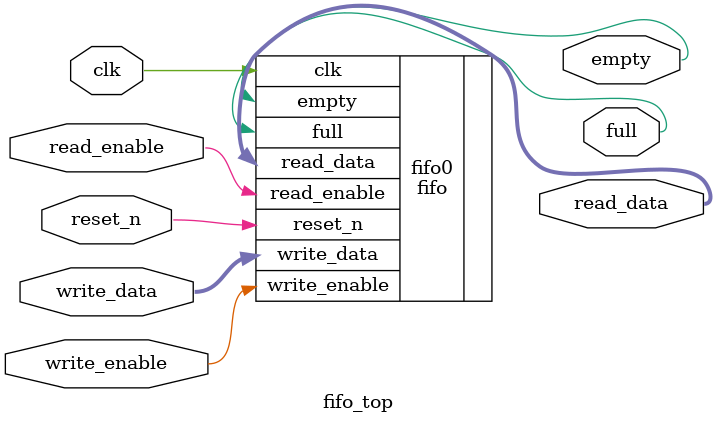
<source format=sv>

module fifo_top
(
  input wire logic clk,
  input wire logic reset_n,

  input wire logic write_enable,
  input wire logic [31:0] write_data,
  output logic full, //TODO write_ready?

  input wire logic read_enable,
  output logic [31:0] read_data,
  output logic empty //TODO read_ready
);

fifo
#(
  .Width(32),
  .DepthBits(3)
) fifo0
(
  .clk,
  .reset_n,

  .write_enable,
  .write_data,
  .full,

  .read_enable,
  .read_data,
  .empty
);

endmodule

</source>
